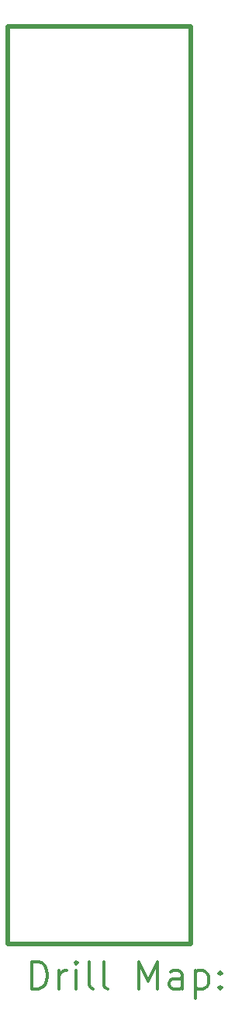
<source format=gbr>
%FSLAX45Y45*%
G04 Gerber Fmt 4.5, Leading zero omitted, Abs format (unit mm)*
G04 Created by KiCad (PCBNEW (5.1.10)-1) date 2021-10-20 10:43:21*
%MOMM*%
%LPD*%
G01*
G04 APERTURE LIST*
%TA.AperFunction,Profile*%
%ADD10C,0.500000*%
%TD*%
%ADD11C,0.200000*%
%ADD12C,0.300000*%
G04 APERTURE END LIST*
D10*
X1000000Y-5000000D02*
X1000000Y5000000D01*
X-1000000Y5000000D02*
X-1000000Y-5000000D01*
X-1000000Y5000000D02*
X1000000Y5000000D01*
X-1000000Y-5000000D02*
X1000000Y-5000000D01*
D11*
D12*
X-738571Y-5490714D02*
X-738571Y-5190714D01*
X-667143Y-5190714D01*
X-624286Y-5205000D01*
X-595714Y-5233572D01*
X-581429Y-5262143D01*
X-567143Y-5319286D01*
X-567143Y-5362143D01*
X-581429Y-5419286D01*
X-595714Y-5447857D01*
X-624286Y-5476429D01*
X-667143Y-5490714D01*
X-738571Y-5490714D01*
X-438571Y-5490714D02*
X-438571Y-5290714D01*
X-438571Y-5347857D02*
X-424286Y-5319286D01*
X-410000Y-5305000D01*
X-381429Y-5290714D01*
X-352857Y-5290714D01*
X-252857Y-5490714D02*
X-252857Y-5290714D01*
X-252857Y-5190714D02*
X-267143Y-5205000D01*
X-252857Y-5219286D01*
X-238571Y-5205000D01*
X-252857Y-5190714D01*
X-252857Y-5219286D01*
X-67143Y-5490714D02*
X-95714Y-5476429D01*
X-110000Y-5447857D01*
X-110000Y-5190714D01*
X90000Y-5490714D02*
X61428Y-5476429D01*
X47143Y-5447857D01*
X47143Y-5190714D01*
X432857Y-5490714D02*
X432857Y-5190714D01*
X532857Y-5405000D01*
X632857Y-5190714D01*
X632857Y-5490714D01*
X904286Y-5490714D02*
X904286Y-5333572D01*
X890000Y-5305000D01*
X861428Y-5290714D01*
X804286Y-5290714D01*
X775714Y-5305000D01*
X904286Y-5476429D02*
X875714Y-5490714D01*
X804286Y-5490714D01*
X775714Y-5476429D01*
X761428Y-5447857D01*
X761428Y-5419286D01*
X775714Y-5390714D01*
X804286Y-5376429D01*
X875714Y-5376429D01*
X904286Y-5362143D01*
X1047143Y-5290714D02*
X1047143Y-5590714D01*
X1047143Y-5305000D02*
X1075714Y-5290714D01*
X1132857Y-5290714D01*
X1161428Y-5305000D01*
X1175714Y-5319286D01*
X1190000Y-5347857D01*
X1190000Y-5433572D01*
X1175714Y-5462143D01*
X1161428Y-5476429D01*
X1132857Y-5490714D01*
X1075714Y-5490714D01*
X1047143Y-5476429D01*
X1318571Y-5462143D02*
X1332857Y-5476429D01*
X1318571Y-5490714D01*
X1304286Y-5476429D01*
X1318571Y-5462143D01*
X1318571Y-5490714D01*
X1318571Y-5305000D02*
X1332857Y-5319286D01*
X1318571Y-5333572D01*
X1304286Y-5319286D01*
X1318571Y-5305000D01*
X1318571Y-5333572D01*
M02*

</source>
